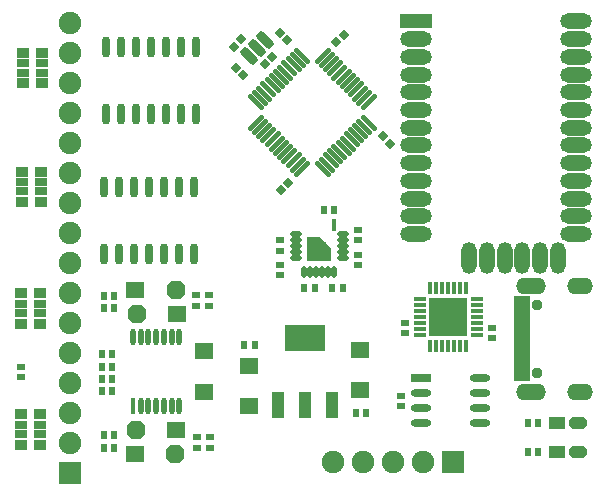
<source format=gts>
G04*
G04 #@! TF.GenerationSoftware,Altium Limited,Altium Designer,18.1.9 (240)*
G04*
G04 Layer_Color=8388736*
%FSLAX25Y25*%
%MOIN*%
G70*
G01*
G75*
%ADD52O,0.02559X0.07087*%
%ADD53R,0.04343X0.03359*%
%ADD54R,0.04343X0.02769*%
%ADD55R,0.02769X0.02375*%
%ADD56R,0.06300X0.05800*%
G04:AMPARAMS|DCode=57|XSize=63mil|YSize=58mil|CornerRadius=0mil|HoleSize=0mil|Usage=FLASHONLY|Rotation=180.000|XOffset=0mil|YOffset=0mil|HoleType=Round|Shape=Octagon|*
%AMOCTAGOND57*
4,1,8,-0.03150,0.01450,-0.03150,-0.01450,-0.01700,-0.02900,0.01700,-0.02900,0.03150,-0.01450,0.03150,0.01450,0.01700,0.02900,-0.01700,0.02900,-0.03150,0.01450,0.0*
%
%ADD57OCTAGOND57*%

%ADD58R,0.06312X0.05524*%
%ADD59R,0.02375X0.02769*%
%ADD60R,0.01784X0.05524*%
%ADD61O,0.01784X0.05524*%
%ADD62O,0.05131X0.10642*%
%ADD63O,0.10642X0.05131*%
%ADD64R,0.10642X0.05131*%
%ADD65R,0.05800X0.04300*%
G04:AMPARAMS|DCode=66|XSize=58mil|YSize=43mil|CornerRadius=0mil|HoleSize=0mil|Usage=FLASHONLY|Rotation=0.000|XOffset=0mil|YOffset=0mil|HoleType=Round|Shape=Octagon|*
%AMOCTAGOND66*
4,1,8,0.02900,-0.01075,0.02900,0.01075,0.01825,0.02150,-0.01825,0.02150,-0.02900,0.01075,-0.02900,-0.01075,-0.01825,-0.02150,0.01825,-0.02150,0.02900,-0.01075,0.0*
%
%ADD66OCTAGOND66*%

G04:AMPARAMS|DCode=67|XSize=23.75mil|YSize=27.69mil|CornerRadius=0mil|HoleSize=0mil|Usage=FLASHONLY|Rotation=225.000|XOffset=0mil|YOffset=0mil|HoleType=Round|Shape=Rectangle|*
%AMROTATEDRECTD67*
4,1,4,-0.00139,0.01818,0.01818,-0.00139,0.00139,-0.01818,-0.01818,0.00139,-0.00139,0.01818,0.0*
%
%ADD67ROTATEDRECTD67*%

G04:AMPARAMS|DCode=68|XSize=23.75mil|YSize=27.69mil|CornerRadius=0mil|HoleSize=0mil|Usage=FLASHONLY|Rotation=135.000|XOffset=0mil|YOffset=0mil|HoleType=Round|Shape=Rectangle|*
%AMROTATEDRECTD68*
4,1,4,0.01818,0.00139,-0.00139,-0.01818,-0.01818,-0.00139,0.00139,0.01818,0.01818,0.00139,0.0*
%
%ADD68ROTATEDRECTD68*%

G04:AMPARAMS|DCode=69|XSize=29.65mil|YSize=65.09mil|CornerRadius=9.41mil|HoleSize=0mil|Usage=FLASHONLY|Rotation=225.000|XOffset=0mil|YOffset=0mil|HoleType=Round|Shape=RoundedRectangle|*
%AMROUNDEDRECTD69*
21,1,0.02965,0.04626,0,0,225.0*
21,1,0.01083,0.06509,0,0,225.0*
1,1,0.01883,-0.02018,0.01253*
1,1,0.01883,-0.01253,0.02018*
1,1,0.01883,0.02018,-0.01253*
1,1,0.01883,0.01253,-0.02018*
%
%ADD69ROUNDEDRECTD69*%
G04:AMPARAMS|DCode=70|XSize=29.65mil|YSize=65.09mil|CornerRadius=9.41mil|HoleSize=0mil|Usage=FLASHONLY|Rotation=225.000|XOffset=0mil|YOffset=0mil|HoleType=Round|Shape=RoundedRectangle|*
%AMROUNDEDRECTD70*
21,1,0.02965,0.04626,0,0,225.0*
21,1,0.01083,0.06509,0,0,225.0*
1,1,0.01883,-0.02018,0.01253*
1,1,0.01883,-0.01253,0.02018*
1,1,0.01883,0.02018,-0.01253*
1,1,0.01883,0.01253,-0.02018*
%
%ADD70ROUNDEDRECTD70*%
%ADD71R,0.05328X0.01981*%
%ADD72R,0.05320X0.01980*%
%ADD73R,0.12729X0.12729*%
%ADD74R,0.04147X0.01784*%
%ADD75R,0.01784X0.04147*%
G04:AMPARAMS|DCode=76|XSize=17.84mil|YSize=69.02mil|CornerRadius=0mil|HoleSize=0mil|Usage=FLASHONLY|Rotation=45.000|XOffset=0mil|YOffset=0mil|HoleType=Round|Shape=Round|*
%AMOVALD76*
21,1,0.05118,0.01784,0.00000,0.00000,135.0*
1,1,0.01784,0.01810,-0.01810*
1,1,0.01784,-0.01810,0.01810*
%
%ADD76OVALD76*%

G04:AMPARAMS|DCode=77|XSize=17.84mil|YSize=69.02mil|CornerRadius=0mil|HoleSize=0mil|Usage=FLASHONLY|Rotation=315.000|XOffset=0mil|YOffset=0mil|HoleType=Round|Shape=Round|*
%AMOVALD77*
21,1,0.05118,0.01784,0.00000,0.00000,45.0*
1,1,0.01784,-0.01810,-0.01810*
1,1,0.01784,0.01810,0.01810*
%
%ADD77OVALD77*%

%ADD78O,0.03950X0.01784*%
%ADD79O,0.01784X0.03950*%
%ADD80R,0.01784X0.03950*%
%ADD81R,0.04737X0.04737*%
%ADD82R,0.06706X0.02769*%
%ADD83O,0.06706X0.02769*%
%ADD84R,0.13398X0.09068*%
%ADD85R,0.04343X0.09068*%
%ADD86R,0.07493X0.07493*%
%ADD87C,0.07493*%
%ADD88O,0.09855X0.05524*%
%ADD89O,0.08674X0.05524*%
%ADD90C,0.03753*%
%ADD91R,0.07493X0.07493*%
G36*
X12437Y-133237D02*
X4563D01*
Y-125363D01*
X8763Y-125363D01*
X12437Y-129037D01*
X12437Y-133237D01*
D02*
G37*
D52*
X-63100Y-130887D02*
D03*
X-58100D02*
D03*
X-53100D02*
D03*
X-48100D02*
D03*
X-43100D02*
D03*
X-38100D02*
D03*
X-33100D02*
D03*
X-33100Y-108687D02*
D03*
X-63100D02*
D03*
X-58100D02*
D03*
X-53100D02*
D03*
X-48100D02*
D03*
X-43100D02*
D03*
X-38100D02*
D03*
X-62700Y-84187D02*
D03*
X-57700D02*
D03*
X-52700D02*
D03*
X-47700D02*
D03*
X-42700D02*
D03*
X-37700D02*
D03*
X-32700D02*
D03*
X-32700Y-61987D02*
D03*
X-62700D02*
D03*
X-57700D02*
D03*
X-52700D02*
D03*
X-47700D02*
D03*
X-42700D02*
D03*
X-37700D02*
D03*
D53*
X-84600Y-184486D02*
D03*
Y-194565D02*
D03*
X-90899D02*
D03*
Y-184486D02*
D03*
X-90350Y-73987D02*
D03*
Y-63908D02*
D03*
X-84050D02*
D03*
Y-73987D02*
D03*
X-90850Y-154239D02*
D03*
Y-144161D02*
D03*
X-84550D02*
D03*
Y-154239D02*
D03*
X-90650Y-113639D02*
D03*
Y-103561D02*
D03*
X-84350D02*
D03*
Y-113639D02*
D03*
D54*
X-84600Y-187950D02*
D03*
Y-191100D02*
D03*
X-90899D02*
D03*
Y-187950D02*
D03*
X-90350Y-70522D02*
D03*
Y-67373D02*
D03*
X-84050D02*
D03*
Y-70522D02*
D03*
X-90850Y-150775D02*
D03*
Y-147625D02*
D03*
X-84550D02*
D03*
Y-150775D02*
D03*
X-90650Y-110175D02*
D03*
Y-107025D02*
D03*
X-84350D02*
D03*
Y-110175D02*
D03*
D55*
X-28000Y-192069D02*
D03*
X-28000Y-195612D02*
D03*
X-28300Y-144828D02*
D03*
X-28300Y-148371D02*
D03*
X-32200Y-192069D02*
D03*
X-32200Y-195612D02*
D03*
X-32400Y-148322D02*
D03*
X-32400Y-144779D02*
D03*
X37100Y-154029D02*
D03*
X37100Y-157375D02*
D03*
X66100Y-155700D02*
D03*
X66100Y-159046D02*
D03*
X21544Y-126254D02*
D03*
Y-122908D02*
D03*
X21545Y-131312D02*
D03*
Y-134658D02*
D03*
X-90750Y-172171D02*
D03*
X-90750Y-168628D02*
D03*
X-4555Y-134612D02*
D03*
X-4555Y-138155D02*
D03*
X-4556Y-129926D02*
D03*
X-4555Y-126383D02*
D03*
X35700Y-181771D02*
D03*
X35700Y-178228D02*
D03*
D56*
X-39096Y-189700D02*
D03*
X-38850Y-150900D02*
D03*
X-52950Y-197653D02*
D03*
X-52850Y-142900D02*
D03*
D57*
X-52596Y-189700D02*
D03*
X-52350Y-150900D02*
D03*
X-39450Y-197653D02*
D03*
X-39350Y-142900D02*
D03*
D58*
X-29900Y-163507D02*
D03*
Y-176893D02*
D03*
X22176Y-176400D02*
D03*
Y-163014D02*
D03*
X-14923Y-168307D02*
D03*
Y-181693D02*
D03*
D59*
X-63354Y-195540D02*
D03*
X-60008D02*
D03*
Y-144900D02*
D03*
X-63354D02*
D03*
X-60008Y-191500D02*
D03*
X-63354D02*
D03*
Y-149000D02*
D03*
X-60008D02*
D03*
X-63754Y-176800D02*
D03*
X-60408D02*
D03*
Y-164500D02*
D03*
X-63754D02*
D03*
X-60408Y-168600D02*
D03*
X-63754D02*
D03*
Y-172700D02*
D03*
X-60408D02*
D03*
X78229Y-197100D02*
D03*
X81575Y-197100D02*
D03*
X78129Y-187500D02*
D03*
X81475D02*
D03*
X-16571Y-161300D02*
D03*
X-13028Y-161300D02*
D03*
X20629Y-184100D02*
D03*
X24172Y-184100D02*
D03*
X3573Y-142400D02*
D03*
X7116Y-142400D02*
D03*
X16445Y-142383D02*
D03*
X12902Y-142383D02*
D03*
X13421Y-116283D02*
D03*
X10075D02*
D03*
D60*
X-53523Y-181814D02*
D03*
D61*
X-50964D02*
D03*
X-48404D02*
D03*
X-45845D02*
D03*
X-43286D02*
D03*
X-40727D02*
D03*
X-38168D02*
D03*
Y-158586D02*
D03*
X-40727D02*
D03*
X-43286D02*
D03*
X-45845D02*
D03*
X-48404D02*
D03*
X-50964D02*
D03*
X-53523D02*
D03*
D62*
X64447Y-132231D02*
D03*
X70353D02*
D03*
X76258D02*
D03*
X82164D02*
D03*
X58542D02*
D03*
X88069D02*
D03*
D63*
X93975Y-124357D02*
D03*
Y-118452D02*
D03*
Y-112547D02*
D03*
Y-106641D02*
D03*
Y-100735D02*
D03*
Y-94830D02*
D03*
Y-88924D02*
D03*
Y-83019D02*
D03*
Y-77113D02*
D03*
Y-71208D02*
D03*
Y-65302D02*
D03*
Y-59397D02*
D03*
Y-53491D02*
D03*
X40825Y-59397D02*
D03*
Y-65302D02*
D03*
Y-71208D02*
D03*
Y-77113D02*
D03*
Y-83019D02*
D03*
Y-88924D02*
D03*
Y-94830D02*
D03*
Y-100735D02*
D03*
Y-106641D02*
D03*
Y-112547D02*
D03*
Y-118452D02*
D03*
Y-124357D02*
D03*
D64*
Y-53491D02*
D03*
D65*
X87801Y-197174D02*
D03*
X87700Y-187474D02*
D03*
D66*
X94801Y-197174D02*
D03*
X94700Y-187474D02*
D03*
D67*
X-9553Y-67852D02*
D03*
X-7186Y-65486D02*
D03*
X-1847Y-107248D02*
D03*
X-4353Y-109753D02*
D03*
X14195Y-60505D02*
D03*
X16700Y-58000D02*
D03*
X-20006Y-62005D02*
D03*
X-17500Y-59500D02*
D03*
D68*
X-4652Y-57247D02*
D03*
X-2147Y-59753D02*
D03*
X29648Y-91747D02*
D03*
X32153Y-94253D02*
D03*
X-16848Y-71453D02*
D03*
X-19353Y-68947D02*
D03*
D69*
X-9555Y-59755D02*
D03*
D70*
X-12200Y-62400D02*
D03*
X-14845Y-65045D02*
D03*
D71*
X76057Y-146111D02*
D03*
Y-147292D02*
D03*
X76057Y-149260D02*
D03*
X76057Y-150442D02*
D03*
X76057Y-152410D02*
D03*
X76057Y-156347D02*
D03*
X76063Y-158316D02*
D03*
X76057Y-160284D02*
D03*
X76064Y-162254D02*
D03*
X76055Y-164221D02*
D03*
X76073Y-168158D02*
D03*
Y-169339D02*
D03*
X76063Y-171308D02*
D03*
Y-172489D02*
D03*
D72*
X76057Y-154379D02*
D03*
X76057Y-166190D02*
D03*
D73*
X51500Y-151979D02*
D03*
D74*
X41953Y-157885D02*
D03*
Y-155916D02*
D03*
Y-153948D02*
D03*
Y-151979D02*
D03*
Y-150011D02*
D03*
Y-148042D02*
D03*
Y-146074D02*
D03*
X61047D02*
D03*
Y-148042D02*
D03*
Y-150011D02*
D03*
X61047Y-151979D02*
D03*
X61047Y-153948D02*
D03*
Y-155916D02*
D03*
Y-157885D02*
D03*
D75*
X45594Y-142432D02*
D03*
X47563D02*
D03*
X49531D02*
D03*
X51500Y-142432D02*
D03*
X53469Y-142432D02*
D03*
X55437D02*
D03*
X57406D02*
D03*
Y-161526D02*
D03*
X55437D02*
D03*
X53469D02*
D03*
X51500D02*
D03*
X49531D02*
D03*
X47563D02*
D03*
X45594D02*
D03*
D76*
X2721Y-65010D02*
D03*
X1329Y-66402D02*
D03*
X-63Y-67794D02*
D03*
X-1455Y-69186D02*
D03*
X-2847Y-70578D02*
D03*
X-4239Y-71970D02*
D03*
X-5630Y-73361D02*
D03*
X-7022Y-74753D02*
D03*
X-8414Y-76145D02*
D03*
X-9806Y-77537D02*
D03*
X-11198Y-78929D02*
D03*
X-12590Y-80321D02*
D03*
X9679Y-102590D02*
D03*
X11071Y-101198D02*
D03*
X12463Y-99806D02*
D03*
X13855Y-98414D02*
D03*
X15247Y-97022D02*
D03*
X16638Y-95630D02*
D03*
X18030Y-94239D02*
D03*
X19422Y-92847D02*
D03*
X20814Y-91455D02*
D03*
X22206Y-90063D02*
D03*
X23598Y-88671D02*
D03*
X24990Y-87279D02*
D03*
D77*
X-12590D02*
D03*
X-11198Y-88671D02*
D03*
X-9806Y-90063D02*
D03*
X-8414Y-91455D02*
D03*
X-7022Y-92847D02*
D03*
X-5630Y-94239D02*
D03*
X-4239Y-95630D02*
D03*
X-2847Y-97022D02*
D03*
X-1455Y-98414D02*
D03*
X-63Y-99806D02*
D03*
X1329Y-101198D02*
D03*
X2721Y-102590D02*
D03*
X24990Y-80321D02*
D03*
X23598Y-78929D02*
D03*
X22206Y-77537D02*
D03*
X20814Y-76145D02*
D03*
X19422Y-74753D02*
D03*
X18030Y-73361D02*
D03*
X16638Y-71970D02*
D03*
X15247Y-70578D02*
D03*
X13855Y-69186D02*
D03*
X12463Y-67794D02*
D03*
X11071Y-66402D02*
D03*
X9679Y-65010D02*
D03*
D78*
X16374Y-132253D02*
D03*
Y-130284D02*
D03*
Y-128316D02*
D03*
X16374Y-126347D02*
D03*
Y-124379D02*
D03*
X626D02*
D03*
Y-126347D02*
D03*
X626Y-128316D02*
D03*
Y-130284D02*
D03*
Y-132253D02*
D03*
D79*
X3579Y-137174D02*
D03*
X5547D02*
D03*
X7516D02*
D03*
X9484D02*
D03*
X11453D02*
D03*
X13421D02*
D03*
D80*
Y-121426D02*
D03*
D81*
X8500Y-129300D02*
D03*
D82*
X42358Y-172400D02*
D03*
D83*
X42358Y-177400D02*
D03*
Y-182400D02*
D03*
X42358Y-187400D02*
D03*
X62042Y-172400D02*
D03*
Y-177400D02*
D03*
X62042Y-182400D02*
D03*
X62042Y-187400D02*
D03*
D84*
X3677Y-158979D02*
D03*
D85*
X12732Y-181420D02*
D03*
X3677D02*
D03*
X-5379D02*
D03*
D86*
X53200Y-200300D02*
D03*
D87*
X43200D02*
D03*
X33200D02*
D03*
X23200D02*
D03*
X13200D02*
D03*
X-74500Y-74000D02*
D03*
Y-94000D02*
D03*
Y-134000D02*
D03*
Y-144000D02*
D03*
Y-164000D02*
D03*
Y-194000D02*
D03*
Y-184000D02*
D03*
Y-174000D02*
D03*
Y-154000D02*
D03*
Y-124000D02*
D03*
Y-114000D02*
D03*
Y-104000D02*
D03*
Y-84000D02*
D03*
Y-64000D02*
D03*
Y-54000D02*
D03*
D88*
X79206Y-177017D02*
D03*
X79206Y-141584D02*
D03*
D89*
X95545Y-141583D02*
D03*
X95545Y-177016D02*
D03*
D90*
X81175Y-147922D02*
D03*
Y-170677D02*
D03*
D91*
X-74500Y-204000D02*
D03*
M02*

</source>
